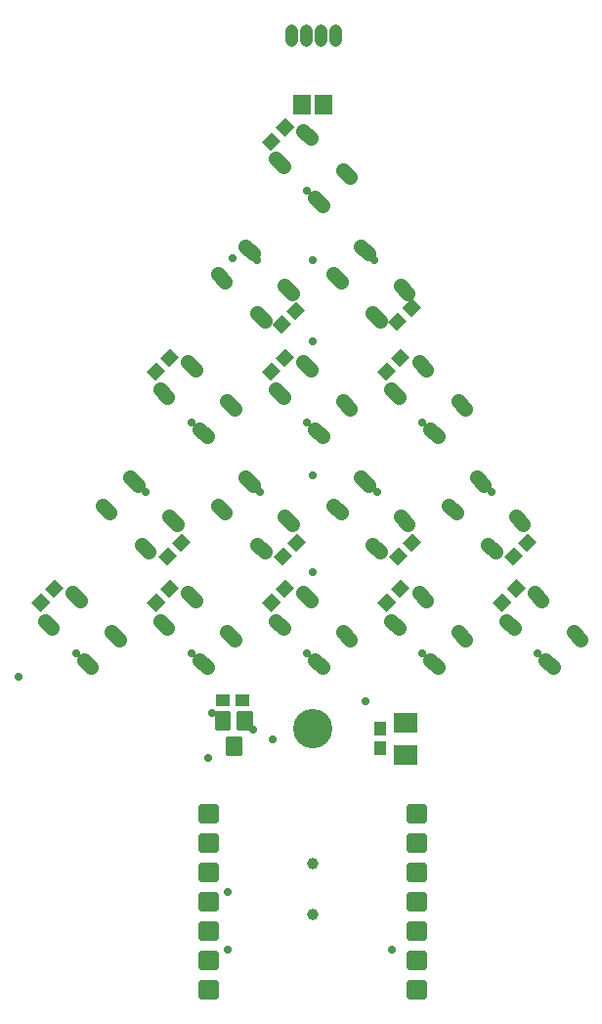
<source format=gts>
G04 EAGLE Gerber RS-274X export*
G75*
%MOMM*%
%FSLAX34Y34*%
%LPD*%
%INSoldermask Top*%
%IPPOS*%
%AMOC8*
5,1,8,0,0,1.08239X$1,22.5*%
G01*
%ADD10R,1.503200X1.703200*%
%ADD11C,1.092200*%
%ADD12C,1.303200*%
%ADD13R,1.203200X1.103200*%
%ADD14R,1.103200X1.203200*%
%ADD15C,0.656334*%
%ADD16C,0.322734*%
%ADD17R,2.003200X1.803200*%
%ADD18C,3.403200*%
%ADD19C,1.003200*%
%ADD20C,0.705600*%


D10*
X309500Y795000D03*
X290500Y795000D03*
D11*
X280950Y850555D02*
X280950Y859445D01*
X293650Y859445D02*
X293650Y850555D01*
X306350Y850555D02*
X306350Y859445D01*
X319050Y859445D02*
X319050Y850555D01*
D12*
X151769Y414190D02*
X158131Y407828D01*
X182172Y431869D02*
X175810Y438231D01*
X148231Y465810D02*
X141869Y472172D01*
X117828Y448131D02*
X124190Y441769D01*
X198231Y565810D02*
X191869Y572172D01*
X167828Y548131D02*
X174190Y541769D01*
X201769Y514190D02*
X208131Y507828D01*
X232172Y531869D02*
X225810Y538231D01*
X291869Y572172D02*
X298231Y565810D01*
X274190Y541769D02*
X267828Y548131D01*
X301769Y514190D02*
X308131Y507828D01*
X332172Y531869D02*
X325810Y538231D01*
X391869Y572172D02*
X398231Y565810D01*
X374190Y541769D02*
X367828Y548131D01*
X401769Y514190D02*
X408131Y507828D01*
X432172Y531869D02*
X425810Y538231D01*
X358131Y607828D02*
X351769Y614190D01*
X375810Y638231D02*
X382172Y631869D01*
X348231Y665810D02*
X341869Y672172D01*
X317828Y648131D02*
X324190Y641769D01*
X258131Y607828D02*
X251769Y614190D01*
X275810Y638231D02*
X282172Y631869D01*
X248231Y665810D02*
X241869Y672172D01*
X217828Y648131D02*
X224190Y641769D01*
X298231Y765810D02*
X291869Y772172D01*
X267828Y748131D02*
X274190Y741769D01*
X301769Y714190D02*
X308131Y707828D01*
X332172Y731869D02*
X325810Y738231D01*
X91869Y372172D02*
X98231Y365810D01*
X74190Y341769D02*
X67828Y348131D01*
X101769Y314190D02*
X108131Y307828D01*
X132172Y331869D02*
X125810Y338231D01*
X191869Y372172D02*
X198231Y365810D01*
X174190Y341769D02*
X167828Y348131D01*
X201769Y314190D02*
X208131Y307828D01*
X232172Y331869D02*
X225810Y338231D01*
X291869Y372172D02*
X298231Y365810D01*
X274190Y341769D02*
X267828Y348131D01*
X301769Y314190D02*
X308131Y307828D01*
X332172Y331869D02*
X325810Y338231D01*
X391869Y372172D02*
X398231Y365810D01*
X374190Y341769D02*
X367828Y348131D01*
X401769Y314190D02*
X408131Y307828D01*
X432172Y331869D02*
X425810Y338231D01*
X491869Y372172D02*
X498231Y365810D01*
X474190Y341769D02*
X467828Y348131D01*
X501769Y314190D02*
X508131Y307828D01*
X532172Y331869D02*
X525810Y338231D01*
X458131Y407828D02*
X451769Y414190D01*
X475810Y438231D02*
X482172Y431869D01*
X448231Y465810D02*
X441869Y472172D01*
X417828Y448131D02*
X424190Y441769D01*
X358131Y407828D02*
X351769Y414190D01*
X375810Y438231D02*
X382172Y431869D01*
X348231Y465810D02*
X341869Y472172D01*
X317828Y448131D02*
X324190Y441769D01*
X258131Y407828D02*
X251769Y414190D01*
X275810Y438231D02*
X282172Y431869D01*
X248231Y465810D02*
X241869Y472172D01*
X217828Y448131D02*
X224190Y441769D01*
D13*
X222400Y279520D03*
X239400Y279520D03*
G36*
X277856Y415657D02*
X286363Y424164D01*
X294164Y416363D01*
X285657Y407856D01*
X277856Y415657D01*
G37*
G36*
X265836Y403637D02*
X274343Y412144D01*
X282144Y404343D01*
X273637Y395836D01*
X265836Y403637D01*
G37*
G36*
X177856Y415657D02*
X186363Y424164D01*
X194164Y416363D01*
X185657Y407856D01*
X177856Y415657D01*
G37*
G36*
X165836Y403637D02*
X174343Y412144D01*
X182144Y404343D01*
X173637Y395836D01*
X165836Y403637D01*
G37*
G36*
X172144Y564343D02*
X163637Y555836D01*
X155836Y563637D01*
X164343Y572144D01*
X172144Y564343D01*
G37*
G36*
X184164Y576363D02*
X175657Y567856D01*
X167856Y575657D01*
X176363Y584164D01*
X184164Y576363D01*
G37*
G36*
X272144Y564343D02*
X263637Y555836D01*
X255836Y563637D01*
X264343Y572144D01*
X272144Y564343D01*
G37*
G36*
X284164Y576363D02*
X275657Y567856D01*
X267856Y575657D01*
X276363Y584164D01*
X284164Y576363D01*
G37*
G36*
X372144Y564343D02*
X363637Y555836D01*
X355836Y563637D01*
X364343Y572144D01*
X372144Y564343D01*
G37*
G36*
X384164Y576363D02*
X375657Y567856D01*
X367856Y575657D01*
X376363Y584164D01*
X384164Y576363D01*
G37*
G36*
X377376Y619077D02*
X385883Y627584D01*
X393684Y619783D01*
X385177Y611276D01*
X377376Y619077D01*
G37*
G36*
X365356Y607057D02*
X373863Y615564D01*
X381664Y607763D01*
X373157Y599256D01*
X365356Y607057D01*
G37*
G36*
X276836Y616517D02*
X285343Y625024D01*
X293144Y617223D01*
X284637Y608716D01*
X276836Y616517D01*
G37*
G36*
X264816Y604497D02*
X273323Y613004D01*
X281124Y605203D01*
X272617Y596696D01*
X264816Y604497D01*
G37*
G36*
X271944Y763743D02*
X263437Y755236D01*
X255636Y763037D01*
X264143Y771544D01*
X271944Y763743D01*
G37*
G36*
X283964Y775763D02*
X275457Y767256D01*
X267656Y775057D01*
X276163Y783564D01*
X283964Y775763D01*
G37*
D14*
X358790Y237810D03*
X358790Y254810D03*
D13*
G36*
X72144Y364343D02*
X63637Y355836D01*
X55836Y363637D01*
X64343Y372144D01*
X72144Y364343D01*
G37*
G36*
X84164Y376363D02*
X75657Y367856D01*
X67856Y375657D01*
X76363Y384164D01*
X84164Y376363D01*
G37*
G36*
X172144Y364343D02*
X163637Y355836D01*
X155836Y363637D01*
X164343Y372144D01*
X172144Y364343D01*
G37*
G36*
X184164Y376363D02*
X175657Y367856D01*
X167856Y375657D01*
X176363Y384164D01*
X184164Y376363D01*
G37*
G36*
X272144Y364343D02*
X263637Y355836D01*
X255836Y363637D01*
X264343Y372144D01*
X272144Y364343D01*
G37*
G36*
X284164Y376363D02*
X275657Y367856D01*
X267856Y375657D01*
X276363Y384164D01*
X284164Y376363D01*
G37*
G36*
X372144Y364343D02*
X363637Y355836D01*
X355836Y363637D01*
X364343Y372144D01*
X372144Y364343D01*
G37*
G36*
X384164Y376363D02*
X375657Y367856D01*
X367856Y375657D01*
X376363Y384164D01*
X384164Y376363D01*
G37*
G36*
X472144Y364343D02*
X463637Y355836D01*
X455836Y363637D01*
X464343Y372144D01*
X472144Y364343D01*
G37*
G36*
X484164Y376363D02*
X475657Y367856D01*
X467856Y375657D01*
X476363Y384164D01*
X484164Y376363D01*
G37*
G36*
X477856Y415657D02*
X486363Y424164D01*
X494164Y416363D01*
X485657Y407856D01*
X477856Y415657D01*
G37*
G36*
X465836Y403637D02*
X474343Y412144D01*
X482144Y404343D01*
X473637Y395836D01*
X465836Y403637D01*
G37*
G36*
X377856Y415657D02*
X386363Y424164D01*
X394164Y416363D01*
X385657Y407856D01*
X377856Y415657D01*
G37*
G36*
X365836Y403637D02*
X374343Y412144D01*
X382144Y404343D01*
X373637Y395836D01*
X365836Y403637D01*
G37*
D15*
X384815Y34155D02*
X395525Y34155D01*
X395525Y23445D01*
X384815Y23445D01*
X384815Y34155D01*
X384815Y29680D02*
X395525Y29680D01*
X395525Y59555D02*
X384815Y59555D01*
X395525Y59555D02*
X395525Y48845D01*
X384815Y48845D01*
X384815Y59555D01*
X384815Y55080D02*
X395525Y55080D01*
X395525Y84955D02*
X384815Y84955D01*
X395525Y84955D02*
X395525Y74245D01*
X384815Y74245D01*
X384815Y84955D01*
X384815Y80480D02*
X395525Y80480D01*
X395525Y110355D02*
X384815Y110355D01*
X395525Y110355D02*
X395525Y99645D01*
X384815Y99645D01*
X384815Y110355D01*
X384815Y105880D02*
X395525Y105880D01*
X395525Y135755D02*
X384815Y135755D01*
X395525Y135755D02*
X395525Y125045D01*
X384815Y125045D01*
X384815Y135755D01*
X384815Y131280D02*
X395525Y131280D01*
X395525Y161155D02*
X384815Y161155D01*
X395525Y161155D02*
X395525Y150445D01*
X384815Y150445D01*
X384815Y161155D01*
X384815Y156680D02*
X395525Y156680D01*
X395525Y186555D02*
X384815Y186555D01*
X395525Y186555D02*
X395525Y175845D01*
X384815Y175845D01*
X384815Y186555D01*
X384815Y182080D02*
X395525Y182080D01*
X215185Y186555D02*
X204475Y186555D01*
X215185Y186555D02*
X215185Y175845D01*
X204475Y175845D01*
X204475Y186555D01*
X204475Y182080D02*
X215185Y182080D01*
X215185Y161155D02*
X204475Y161155D01*
X215185Y161155D02*
X215185Y150445D01*
X204475Y150445D01*
X204475Y161155D01*
X204475Y156680D02*
X215185Y156680D01*
X215185Y135755D02*
X204475Y135755D01*
X215185Y135755D02*
X215185Y125045D01*
X204475Y125045D01*
X204475Y135755D01*
X204475Y131280D02*
X215185Y131280D01*
X215185Y110355D02*
X204475Y110355D01*
X215185Y110355D02*
X215185Y99645D01*
X204475Y99645D01*
X204475Y110355D01*
X204475Y105880D02*
X215185Y105880D01*
X215185Y84955D02*
X204475Y84955D01*
X215185Y84955D02*
X215185Y74245D01*
X204475Y74245D01*
X204475Y84955D01*
X204475Y80480D02*
X215185Y80480D01*
X215185Y59555D02*
X204475Y59555D01*
X215185Y59555D02*
X215185Y48845D01*
X204475Y48845D01*
X204475Y59555D01*
X204475Y55080D02*
X215185Y55080D01*
X215185Y34155D02*
X204475Y34155D01*
X215185Y34155D02*
X215185Y23445D01*
X204475Y23445D01*
X204475Y34155D01*
X204475Y29680D02*
X215185Y29680D01*
D16*
X226147Y246563D02*
X236953Y246563D01*
X236953Y232757D01*
X226147Y232757D01*
X226147Y246563D01*
X226147Y235823D02*
X236953Y235823D01*
X236953Y238889D02*
X226147Y238889D01*
X226147Y241955D02*
X236953Y241955D01*
X236953Y245021D02*
X226147Y245021D01*
X227453Y268563D02*
X216647Y268563D01*
X227453Y268563D02*
X227453Y254757D01*
X216647Y254757D01*
X216647Y268563D01*
X216647Y257823D02*
X227453Y257823D01*
X227453Y260889D02*
X216647Y260889D01*
X216647Y263955D02*
X227453Y263955D01*
X227453Y267021D02*
X216647Y267021D01*
X235647Y268563D02*
X246453Y268563D01*
X246453Y254757D01*
X235647Y254757D01*
X235647Y268563D01*
X235647Y257823D02*
X246453Y257823D01*
X246453Y260889D02*
X235647Y260889D01*
X235647Y263955D02*
X246453Y263955D01*
X246453Y267021D02*
X235647Y267021D01*
D17*
X380600Y232080D03*
X380600Y260080D03*
D18*
X300000Y255000D03*
D19*
X299775Y138125D03*
X299775Y93675D03*
D20*
X248450Y254190D03*
X226300Y113650D03*
X209550Y229380D03*
X213110Y267890D03*
X95000Y320000D03*
X195000Y320000D03*
X295000Y320000D03*
X395000Y320000D03*
X495000Y320000D03*
X195000Y520000D03*
X295000Y520000D03*
X395000Y520000D03*
X295000Y720000D03*
X154940Y459740D03*
X254000Y459740D03*
X355600Y459740D03*
X454660Y459740D03*
X251460Y660400D03*
X353060Y660400D03*
X226730Y63140D03*
X345400Y278240D03*
X300000Y390000D03*
X300000Y473650D03*
X300000Y590000D03*
X300000Y660000D03*
X230160Y662380D03*
X265400Y245540D03*
X45000Y300000D03*
X368300Y63500D03*
M02*

</source>
